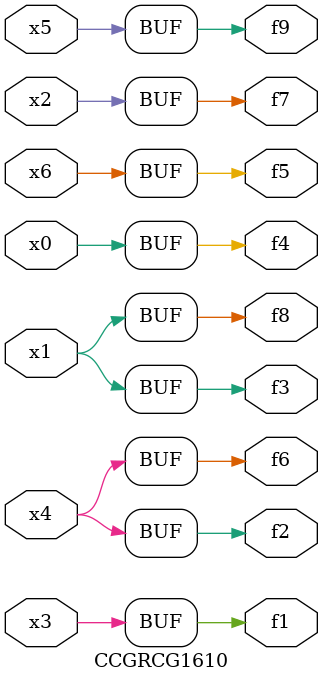
<source format=v>
module CCGRCG1610(
	input x0, x1, x2, x3, x4, x5, x6,
	output f1, f2, f3, f4, f5, f6, f7, f8, f9
);
	assign f1 = x3;
	assign f2 = x4;
	assign f3 = x1;
	assign f4 = x0;
	assign f5 = x6;
	assign f6 = x4;
	assign f7 = x2;
	assign f8 = x1;
	assign f9 = x5;
endmodule

</source>
